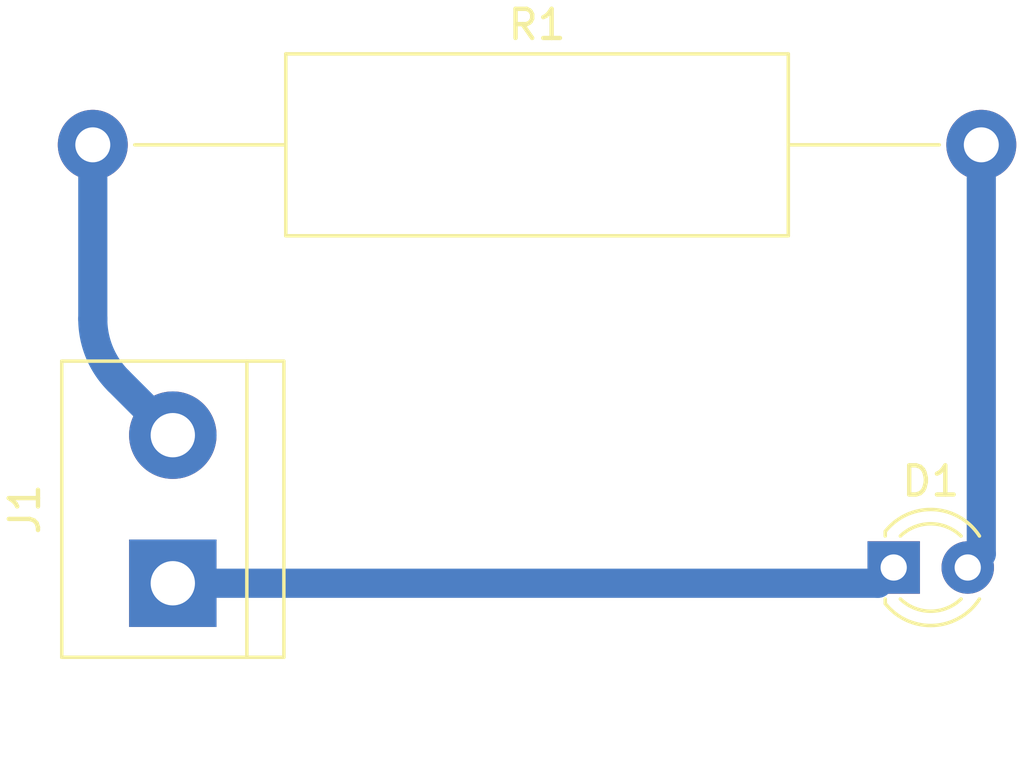
<source format=kicad_pcb>
(kicad_pcb (version 20241229) (generator "pcbnew") (generator_version "9.0")
  (layers (0 "F.Cu" signal) (2 "B.Cu" signal) (13 "F.Paste" user) (15 "B.Paste" user) (5 "F.SilkS" user "F.Silkscreen") (7 "B.SilkS" user "B.Silkscreen") (1 "F.Mask" user) (3 "B.Mask" user) (25 "Edge.Cuts" user))
  (net 0 "")
  (net 1 "Net-(D1-A)")
  (net 2 "Net-(D1-K)")
  (net 3 "Net-(J1-Pin_2)")
  (footprint "TerminalBlock:TerminalBlock_bornier-2_P5.08mm" (layer "F.Cu") (at 131.5 105.54 90)
    (property "Reference" "J1" (at 2.54 -5.08 90) (layer "F.SilkS"))
    (property "Value" "Screw_Terminal_01x02")
    (fp_line (start 7.62 -3.81) (end -2.54 -3.81) (stroke (width 0.12)) (layer "F.SilkS"))
    (fp_line (start -2.54 -3.81) (end -2.54 3.81) (stroke (width 0.12)) (layer "F.SilkS"))
    (fp_line (start 7.62 2.54) (end -2.54 2.54) (stroke (width 0.12)) (layer "F.SilkS"))
    (fp_line (start 7.62 3.81) (end 7.62 -3.81) (stroke (width 0.12)) (layer "F.SilkS"))
    (fp_line (start -2.54 3.81) (end 7.62 3.81) (stroke (width 0.12)) (layer "F.SilkS"))
    (pad "1" thru_hole rect (at 0 0 90) (size 3 3) (drill 1.52) (layers "*.Cu" "*.Mask") (net 2 "Net-(D1-K)"))
    (pad "2" thru_hole circle (at 5.08 0 90) (size 3 3) (drill 1.52) (layers "*.Cu" "*.Mask") (net 3 "Net-(J1-Pin_2)"))
  )
  (footprint "LED_THT:LED_D3.0mm" (layer "F.Cu") (at 156.23 105)
    (property "Reference" "D1" (at 1.27 -2.96 0) (layer "F.SilkS"))
    (property "Value" "LED")
    (fp_line (start -0.29 -1.236) (end -0.29 -1.08) (stroke (width 0.12)) (layer "F.SilkS"))
    (fp_line (start -0.29 1.08) (end -0.29 1.236) (stroke (width 0.12)) (layer "F.SilkS"))
    (fp_arc (start -0.29 -1.235516) (mid 1.365624 -1.987701) (end 2.941397 -1.080061) (stroke (width 0.12)) (layer "F.SilkS"))
    (fp_arc (start 0.229039 -1.08) (mid 1.269964 -1.5) (end 2.31091 -1.080049) (stroke (width 0.12)) (layer "F.SilkS"))
    (fp_arc (start 2.31091 1.080049) (mid 1.269964 1.5) (end 0.229039 1.08) (stroke (width 0.12)) (layer "F.SilkS"))
    (fp_arc (start 2.941397 1.080061) (mid 1.365624 1.987701) (end -0.29 1.235516) (stroke (width 0.12)) (layer "F.SilkS"))
    (pad "1" thru_hole rect (at 0 0) (size 1.8 1.8) (drill 0.9) (layers "*.Cu" "*.Mask") (net 2 "Net-(D1-K)"))
    (pad "2" thru_hole circle (at 2.54 0) (size 1.8 1.8) (drill 0.9) (layers "*.Cu" "*.Mask") (net 1 "Net-(D1-A)"))
  )
  (footprint "Resistor_THT:R_Axial_DIN0617_L17.0mm_D6.0mm_P30.48mm_Horizontal" (layer "F.Cu") (at 128.755 90.5)
    (property "Reference" "R1" (at 15.24 -4.12 0) (layer "F.SilkS"))
    (property "Value" "R")
    (fp_line (start 1.44 0) (end 6.62 0) (stroke (width 0.12)) (layer "F.SilkS"))
    (fp_line (start 6.62 -3.12) (end 6.62 3.12) (stroke (width 0.12)) (layer "F.SilkS"))
    (fp_line (start 6.62 3.12) (end 23.86 3.12) (stroke (width 0.12)) (layer "F.SilkS"))
    (fp_line (start 23.86 -3.12) (end 6.62 -3.12) (stroke (width 0.12)) (layer "F.SilkS"))
    (fp_line (start 23.86 3.12) (end 23.86 -3.12) (stroke (width 0.12)) (layer "F.SilkS"))
    (fp_line (start 29.04 0) (end 23.86 0) (stroke (width 0.12)) (layer "F.SilkS"))
    (pad "1" thru_hole circle (at 0 0) (size 2.4 2.4) (drill 1.2) (layers "*.Cu" "*.Mask") (net 3 "Net-(J1-Pin_2)"))
    (pad "2" thru_hole oval (at 30.48 0) (size 2.4 2.4) (drill 1.2) (layers "*.Cu" "*.Mask") (net 1 "Net-(D1-A)"))
  )
  (segment (start 159.235 104.535) (end 158.77 105) (width 1) (layer "B.Cu") (net 1))
  (segment (start 159.235 90.5) (end 159.235 104.535) (width 1) (layer "B.Cu") (net 1))
  (segment (start 131.5 105.54) (end 155.69 105.54) (width 1) (layer "B.Cu") (net 2))
  (segment (start 155.69 105.54) (end 156.23 105) (width 1) (layer "B.Cu") (net 2))
  (segment (start 128.755 90.5) (end 128.755 96.472359) (width 1) (layer "B.Cu") (net 3))
  (segment (start 129.63368 98.59368) (end 131.5 100.46) (width 1) (layer "B.Cu") (net 3))
  (arc (start 129.63368 98.59368) (mid 128.983361 97.62041) (end 128.755 96.472359) (width 1) (layer "B.Cu") (net 3))
)
</source>
